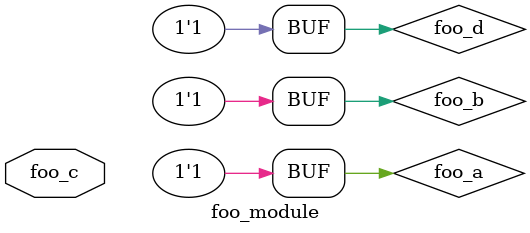
<source format=v>
module foo_module( foo_c );

input foo_c;

wire foo_a;
reg  foo_b;
reg  foo_d;

assign foo_a = foo_func( 1'b0 );

initial begin
	foo_task;
end

initial begin : foo_named_block
	foo_d = 1'b1;
end

function foo_func;
  input a;
  begin
    foo_func = ~a;
  end
endfunction

task foo_task;
  begin
    foo_b = 1'b0;
    #10;
    foo_b = 1'b1;
  end
endtask

endmodule

</source>
